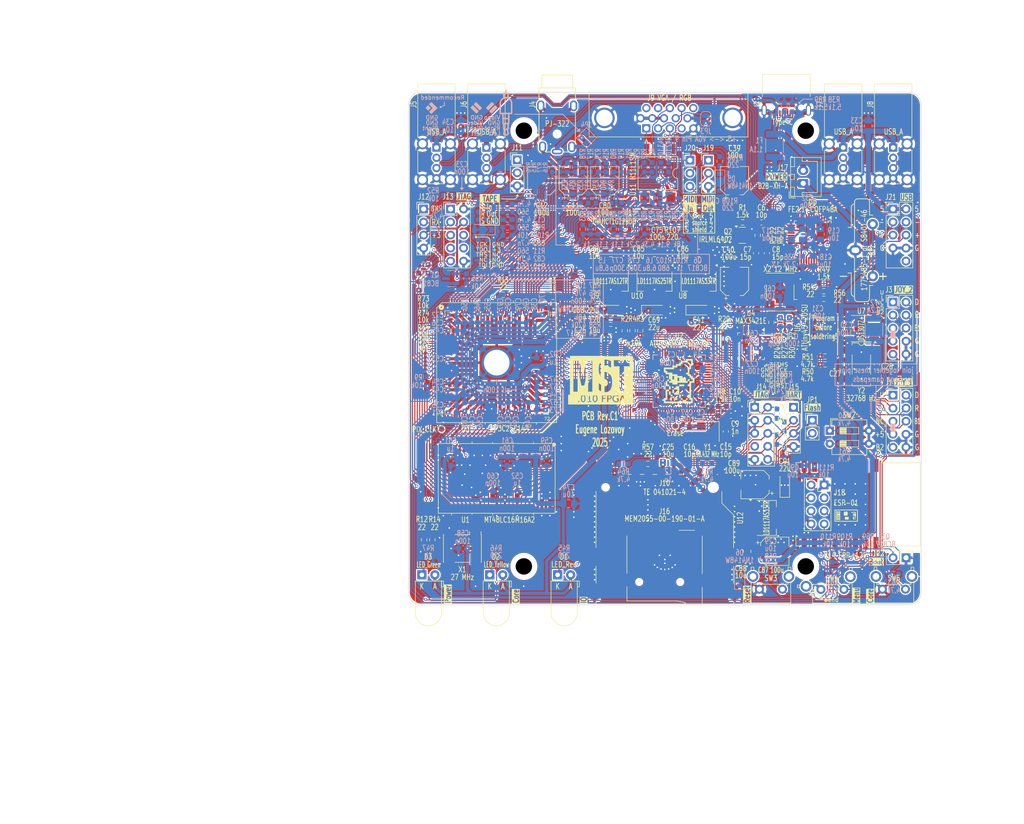
<source format=kicad_pcb>
(kicad_pcb
	(version 20240108)
	(generator "pcbnew")
	(generator_version "8.0")
	(general
		(thickness 1.6)
		(legacy_teardrops no)
	)
	(paper "A4")
	(title_block
		(title "MIST.1010")
		(date "2025-05-04")
		(rev "C1")
		(company "Eugene Lozovoy")
		(comment 2 "Thickness: 1.6mm")
		(comment 3 "Layers: 2")
		(comment 4 "Dimensions: 100x100mm")
		(comment 5 "Min clearance: 0.2mm")
		(comment 6 "Min track: 0.2mm")
		(comment 7 "Min hole: 0.3mm")
		(comment 8 "Min annular ring: 0.15mm")
	)
	(layers
		(0 "F.Cu" signal)
		(31 "B.Cu" signal)
		(32 "B.Adhes" user "B.Adhesive")
		(33 "F.Adhes" user "F.Adhesive")
		(34 "B.Paste" user)
		(35 "F.Paste" user)
		(36 "B.SilkS" user "B.Silkscreen")
		(37 "F.SilkS" user "F.Silkscreen")
		(38 "B.Mask" user)
		(39 "F.Mask" user)
		(40 "Dwgs.User" user "User.Drawings")
		(41 "Cmts.User" user "User.Comments")
		(42 "Eco1.User" user "User.Eco1")
		(43 "Eco2.User" user "User.Eco2")
		(44 "Edge.Cuts" user)
		(45 "Margin" user)
		(46 "B.CrtYd" user "B.Courtyard")
		(47 "F.CrtYd" user "F.Courtyard")
		(48 "B.Fab" user)
		(49 "F.Fab" user)
		(50 "User.1" user)
	)
	(setup
		(stackup
			(layer "F.SilkS"
				(type "Top Silk Screen")
			)
			(layer "F.Paste"
				(type "Top Solder Paste")
			)
			(layer "F.Mask"
				(type "Top Solder Mask")
				(thickness 0.01)
			)
			(layer "F.Cu"
				(type "copper")
				(thickness 0.035)
			)
			(layer "dielectric 1"
				(type "core")
				(thickness 1.51)
				(material "FR4")
				(epsilon_r 4.5)
				(loss_tangent 0.02)
			)
			(layer "B.Cu"
				(type "copper")
				(thickness 0.035)
			)
			(layer "B.Mask"
				(type "Bottom Solder Mask")
				(thickness 0.01)
			)
			(layer "B.Paste"
				(type "Bottom Solder Paste")
			)
			(layer "B.SilkS"
				(type "Bottom Silk Screen")
			)
			(copper_finish "None")
			(dielectric_constraints no)
		)
		(pad_to_mask_clearance 0)
		(allow_soldermask_bridges_in_footprints no)
		(grid_origin 148.5 47.6)
		(pcbplotparams
			(layerselection 0x00010f0_ffffffff)
			(plot_on_all_layers_selection 0x0000000_00000000)
			(disableapertmacros yes)
			(usegerberextensions no)
			(usegerberattributes no)
			(usegerberadvancedattributes yes)
			(creategerberjobfile yes)
			(dashed_line_dash_ratio 12.000000)
			(dashed_line_gap_ratio 3.000000)
			(svgprecision 6)
			(plotframeref no)
			(viasonmask no)
			(mode 1)
			(useauxorigin no)
			(hpglpennumber 1)
			(hpglpenspeed 20)
			(hpglpendiameter 15.000000)
			(pdf_front_fp_property_popups yes)
			(pdf_back_fp_property_popups yes)
			(dxfpolygonmode yes)
			(dxfimperialunits yes)
			(dxfusepcbnewfont yes)
			(psnegative no)
			(psa4output no)
			(plotreference yes)
			(plotvalue yes)
			(plotfptext yes)
			(plotinvisibletext no)
			(sketchpadsonfab no)
			(subtractmaskfromsilk no)
			(outputformat 1)
			(mirror no)
			(drillshape 0)
			(scaleselection 1)
			(outputdirectory "out/gerber/")
		)
	)
	(net 0 "")
	(net 1 "GND")
	(net 2 "+BATT")
	(net 3 "Net-(U2-VDDOUT)")
	(net 4 "+5V")
	(net 5 "Net-(U2-PLLRC)")
	(net 6 "+3V3")
	(net 7 "Net-(C11-Pad1)")
	(net 8 "Net-(U2-XIN{slash}PGMCK)")
	(net 9 "Net-(C11-Pad2)")
	(net 10 "Net-(C12-Pad1)")
	(net 11 "Net-(C12-Pad2)")
	(net 12 "Net-(U2-XOUT)")
	(net 13 "Net-(U5-VD_PLL)")
	(net 14 "Net-(U5-VD18_O)")
	(net 15 "Net-(C10-Pad1)")
	(net 16 "Net-(U5-VDD3_O)")
	(net 17 "+1V2")
	(net 18 "+1V2_PLL")
	(net 19 "/TX_FPGA")
	(net 20 "Net-(U4-VBCOMP)")
	(net 21 "Net-(D4-K)")
	(net 22 "Net-(U7-X2)")
	(net 23 "Net-(U7-X1)")
	(net 24 "Net-(C23-Pad2)")
	(net 25 "/~{LED_ARM}")
	(net 26 "/~{LED_FPGA}")
	(net 27 "/~{JOY0_UP}")
	(net 28 "/~{JOY0_B1}")
	(net 29 "+5V_USB")
	(net 30 "/~{JOY0_DOWN}")
	(net 31 "/RX_FPGA")
	(net 32 "/~{JOY0_LEFT}")
	(net 33 "/~{JOY0_RIGHT}")
	(net 34 "/~{JOY0_B2}")
	(net 35 "/RTC_DP")
	(net 36 "+2V5")
	(net 37 "/~{JOY1_UP}")
	(net 38 "/~{JOY1_B1}")
	(net 39 "/USBDEV_DP")
	(net 40 "/USBDEV_DN")
	(net 41 "/USB1_DN")
	(net 42 "/USB1_DP")
	(net 43 "/USB2_DP")
	(net 44 "/USB2_DN")
	(net 45 "/USB3_DP")
	(net 46 "/USB3_DN")
	(net 47 "/~{JOY1_DOWN}")
	(net 48 "/~{JOY1_LEFT}")
	(net 49 "/~{JOY1_RIGHT}")
	(net 50 "Net-(C77-Pad1)")
	(net 51 "/~{JOY1_B2}")
	(net 52 "/CVBS_Y")
	(net 53 "/R")
	(net 54 "/G")
	(net 55 "/CVBS")
	(net 56 "/CVBS_C")
	(net 57 "/RTC_DN")
	(net 58 "/B")
	(net 59 "/Switch1")
	(net 60 "/Switch2")
	(net 61 "/Button1")
	(net 62 "/Button2")
	(net 63 "/CLK_12")
	(net 64 "/PIXEL_CLK")
	(net 65 "/CLK_27")
	(net 66 "/HS")
	(net 67 "/SS1")
	(net 68 "/MOSI")
	(net 69 "/MISO")
	(net 70 "/SD_CD")
	(net 71 "/SD_WP")
	(net 72 "/FPGA_TCK")
	(net 73 "/FPGA_TDO")
	(net 74 "/FPGA_TMS")
	(net 75 "/FPGA_TDI")
	(net 76 "/ARM_TMS")
	(net 77 "/ARM_TCK")
	(net 78 "/ARM_TDO")
	(net 79 "/ARM_TDI")
	(net 80 "/TX_ARM")
	(net 81 "/RX_ARM")
	(net 82 "Net-(Q6-B)")
	(net 83 "/DM_PUP")
	(net 84 "Net-(D1-K)")
	(net 85 "Net-(D2-K)")
	(net 86 "/CONF_DONE")
	(net 87 "/CONF_NSTATUS")
	(net 88 "/CONF_NCONFIG")
	(net 89 "/USB4_DP")
	(net 90 "/USB4_DN")
	(net 91 "Net-(D3-K)")
	(net 92 "/AUDIO_L")
	(net 93 "/AUDIO_R")
	(net 94 "/SCK")
	(net 95 "/VGA_R0")
	(net 96 "/VGA_R1")
	(net 97 "/VGA_R2")
	(net 98 "/VGA_R3")
	(net 99 "/VGA_R4")
	(net 100 "/VGA_R5")
	(net 101 "/VGA_G0")
	(net 102 "/VGA_G1")
	(net 103 "/VGA_G2")
	(net 104 "/VGA_G3")
	(net 105 "/VGA_G4")
	(net 106 "/VGA_G5")
	(net 107 "/VGA_B0")
	(net 108 "/VGA_B1")
	(net 109 "unconnected-(J1-Pin_5-Pad5)")
	(net 110 "/VGA_B2")
	(net 111 "/VGA_B3")
	(net 112 "/VGA_B4")
	(net 113 "/VGA_B5")
	(net 114 "/VGA_VS")
	(net 115 "/VGA_HS")
	(net 116 "/RAM_DQ0")
	(net 117 "/RAM_DQ1")
	(net 118 "/RAM_DQ2")
	(net 119 "/RAM_DQ3")
	(net 120 "/RAM_DQ4")
	(net 121 "/RAM_DQ5")
	(net 122 "/RAM_DQ6")
	(net 123 "/RAM_DQ7")
	(net 124 "/RAM_DQML")
	(net 125 "/~{RAM_WE}")
	(net 126 "/~{RAM_CAS}")
	(net 127 "/~{RAM_RAS}")
	(net 128 "/~{RAM_CS}")
	(net 129 "/RAM_BA0")
	(net 130 "/RAM_BA1")
	(net 131 "/RAM_A10")
	(net 132 "/RAM_A0")
	(net 133 "/RAM_A1")
	(net 134 "/RAM_A2")
	(net 135 "/RAM_A3")
	(net 136 "/RAM_A4")
	(net 137 "/RAM_A5")
	(net 138 "/RAM_A6")
	(net 139 "/RAM_A7")
	(net 140 "/RAM_A8")
	(net 141 "/RAM_A9")
	(net 142 "/RAM_A11")
	(net 143 "/RAM_A12")
	(net 144 "/RAM_CLK")
	(net 145 "/RAM_DQMH")
	(net 146 "/RAM_DQ8")
	(net 147 "/RAM_DQ9")
	(net 148 "/RAM_DQ10")
	(net 149 "/RAM_DQ11")
	(net 150 "/RAM_DQ12")
	(net 151 "/RAM_DQ13")
	(net 152 "/RAM_DQ14")
	(net 153 "/RAM_DQ15")
	(net 154 "unconnected-(J3-Pin_5-Pad5)")
	(net 155 "/SS0")
	(net 156 "/SS2{slash}FPGA")
	(net 157 "/CONF_DATA0")
	(net 158 "/USBH_INT")
	(net 159 "/SS3{slash}OSD")
	(net 160 "/SS4{slash}SD_DIRECT")
	(net 161 "+5V_JOY")
	(net 162 "/TAPE_OUT")
	(net 163 "/TAPE_IN")
	(net 164 "unconnected-(J13-Pin_6-Pad6)")
	(net 165 "Net-(C24-Pad2)")
	(net 166 "/VS")
	(net 167 "unconnected-(J13-Pin_7-Pad7)")
	(net 168 "unconnected-(J13-Pin_8-Pad8)")
	(net 169 "/CONF_DCLK")
	(net 170 "unconnected-(J14-Pin_7-Pad7)")
	(net 171 "/SD_VDD")
	(net 172 "/SD_CLK")
	(net 173 "/SD_DAT1")
	(net 174 "/SD_DAT2")
	(net 175 "Net-(JP1-B)")
	(net 176 "Net-(Q1-B)")
	(net 177 "Net-(C77-Pad2)")
	(net 178 "Net-(Q2-D)")
	(net 179 "Net-(Q6-E)")
	(net 180 "Net-(Q3-B)")
	(net 181 "Net-(Q4-B)")
	(net 182 "Net-(JP3-A)")
	(net 183 "Net-(U3-nCE)")
	(net 184 "Net-(U3-CLK13{slash}DIFFCLK_7p)")
	(net 185 "Net-(U3-CLK8{slash}DIFFCLK_5n)")
	(net 186 "Net-(C82-Pad1)")
	(net 187 "Net-(C83-Pad1)")
	(net 188 "/UDN")
	(net 189 "/UDP")
	(net 190 "Net-(U3-CLK12{slash}DIFFCLK_7n)")
	(net 191 "Net-(U4-SCK)")
	(net 192 "unconnected-(J9-Pad4)")
	(net 193 "unconnected-(J9-Pad11)")
	(net 194 "unconnected-(J9-Pad12)")
	(net 195 "unconnected-(J9-Pad15)")
	(net 196 "Net-(U5-REXT)")
	(net 197 "Net-(U6-~{RESET}{slash}PB5)")
	(net 198 "Net-(U6-PB1)")
	(net 199 "Net-(U6-AREF{slash}PB0)")
	(net 200 "Net-(U6-PB2)")
	(net 201 "Net-(U2-ERASE)")
	(net 202 "unconnected-(U1-NC-Pad40)")
	(net 203 "unconnected-(U2-JTAGSEL-Pad50)")
	(net 204 "unconnected-(U4-GPIN7-Pad1)")
	(net 205 "unconnected-(U4-GPOUT0-Pad4)")
	(net 206 "unconnected-(U4-GPOUT1-Pad5)")
	(net 207 "unconnected-(U4-GPOUT2-Pad6)")
	(net 208 "unconnected-(U4-GPOUT3-Pad7)")
	(net 209 "unconnected-(U4-GPOUT4-Pad8)")
	(net 210 "unconnected-(U4-GPOUT5-Pad9)")
	(net 211 "unconnected-(U4-GPOUT6-Pad10)")
	(net 212 "unconnected-(U4-GPOUT7-Pad11)")
	(net 213 "unconnected-(U4-GPX-Pad17)")
	(net 214 "unconnected-(U4-XO-Pad25)")
	(net 215 "unconnected-(U4-GPIN0-Pad26)")
	(net 216 "unconnected-(U4-GPIN1-Pad27)")
	(net 217 "unconnected-(U4-GPIN2-Pad28)")
	(net 218 "unconnected-(U4-GPIN3-Pad29)")
	(net 219 "unconnected-(U4-GPIN4-Pad30)")
	(net 220 "unconnected-(U4-GPIN5-Pad31)")
	(net 221 "unconnected-(U4-GPIN6-Pad32)")
	(net 222 "unconnected-(U5-DRV-Pad1)")
	(net 223 "unconnected-(U5-TESTJ{slash}EESDA-Pad2)")
	(net 224 "unconnected-(U5-LED1{slash}EESCL-Pad3)")
	(net 225 "unconnected-(U5-LED2{slash}NRDC0-Pad4)")
	(net 226 "unconnected-(U5-LED3{slash}NRDC1-Pad5)")
	(net 227 "unconnected-(U5-LED4{slash}NRDC2-Pad7)")
	(net 228 "unconnected-(U5-XOUT-Pad23)")
	(net 229 "unconnected-(U5-PWRJ1-Pad44)")
	(net 230 "unconnected-(U5-LED7{slash}NOP0-Pad46)")
	(net 231 "unconnected-(U5-LED6{slash}NOP1-Pad47)")
	(net 232 "unconnected-(U5-LED5-Pad48)")
	(net 233 "unconnected-(U6-XTAL2{slash}PB4-Pad3)")
	(net 234 "unconnected-(U7-SQW{slash}OUT-Pad7)")
	(net 235 "Net-(D5-A)")
	(net 236 "Net-(D5-K)")
	(net 237 "Net-(J17-Pin_2)")
	(net 238 "Net-(J19-Pin_2)")
	(net 239 "Net-(R108-Pad1)")
	(net 240 "/USB6_DN")
	(net 241 "Net-(J20-Pin_3)")
	(net 242 "Net-(J20-Pin_2)")
	(net 243 "/USB6_DP")
	(net 244 "unconnected-(U14-MISO-Pad10)")
	(net 245 "unconnected-(U14-GPIO5-Pad20)")
	(net 246 "unconnected-(U14-GPIO10-Pad12)")
	(net 247 "unconnected-(U14-GPIO4-Pad19)")
	(net 248 "unconnected-(U14-GPIO16-Pad4)")
	(net 249 "unconnected-(U14-CS0-Pad9)")
	(net 250 "unconnected-(U14-MOSI-Pad13)")
	(net 251 "unconnected-(U14-SCLK-Pad14)")
	(net 252 "unconnected-(U14-GPIO12-Pad6)")
	(net 253 "unconnected-(U14-ADC-Pad2)")
	(net 254 "unconnected-(U14-GPIO14-Pad5)")
	(net 255 "unconnected-(U14-GPIO9-Pad11)")
	(net 256 "Net-(U14-GPIO2)")
	(net 257 "+3V3_2")
	(net 258 "/USBHOST_DP")
	(net 259 "/USBHOST_DN")
	(net 260 "/USB7_DP")
	(net 261 "/USB7_DN")
	(net 262 "Net-(U4-D+)")
	(net 263 "Net-(U4-D-)")
	(net 264 "Net-(J19-Pin_1)")
	(net 265 "unconnected-(U11-Pad3)")
	(net 266 "unconnected-(J21-Pin_9-Pad9)")
	(net 267 "unconnected-(J21-Pin_10-Pad10)")
	(net 268 "/~{RST}")
	(net 269 "unconnected-(J18-Pin_3-Pad3)")
	(net 270 "/ESP_TX")
	(net 271 "/ESP_BOOT")
	(net 272 "Net-(U14-GPIO15)")
	(net 273 "Net-(U14-GPIO13)")
	(net 274 "Net-(J2-CC1)")
	(net 275 "unconnected-(J2-SBU1-PadA8)")
	(net 276 "unconnected-(J2-SBU2-PadB8)")
	(net 277 "Net-(J2-CC2)")
	(net 278 "Net-(J4-PadR2)")
	(net 279 "Net-(JP4-A)")
	(footprint "RF_Module:ESP-12E" (layer "F.Cu") (at 186.2 128 -90))
	(footprint "Resistor_SMD:R_0603_1608Metric_Pad0.98x0.95mm_HandSolder" (layer "F.Cu") (at 140.7 94.1 -90))
	(footprint "Capacitor_SMD:C_0603_1608Metric_Pad1.08x0.95mm_HandSolder" (layer "F.Cu") (at 168.41 79 -90))
	(footprint "Resistor_SMD:R_0603_1608Metric_Pad0.98x0.95mm_HandSolder" (layer "F.Cu") (at 160.0625 95.65 -90))
	(footprint "Connector_PinHeader_2.54mm:PinHeader_1x03_P2.54mm_Vertical" (layer "F.Cu") (at 119.7 60.775))
	(footprint "my:MountingHole_3.2mm_M3_dk5.2mm_Mask" (layer "F.Cu") (at 176 55.1))
	(footprint "Capacitor_SMD:C_0805_2012Metric_Pad1.18x1.45mm_HandSolder" (layer "F.Cu") (at 137.95 94 180))
	(footprint "Resistor_SMD:R_0603_1608Metric_Pad0.98x0.95mm_HandSolder" (layer "F.Cu") (at 163.6975 73))
	(footprint "my:Oscillator_SMD_7050_7.0x5.0mm" (layer "F.Cu") (at 109 136.6 180))
	(footprint "Capacitor_SMD:CP_Elec_5x5.9" (layer "F.Cu") (at 162.1 64.85 90))
	(footprint "Package_QFP:LQFP-32_5x5mm_P0.5mm" (layer "F.Cu") (at 165.3125 97.15 -90))
	(footprint "Connector_PinHeader_2.54mm:PinHeader_1x04_P2.54mm_Vertical" (layer "F.Cu") (at 173.605 109.06))
	(footprint "Connector_Dsub:DSUB-15-HD_Female_Horizontal_P2.29x1.98mm_EdgePinOffset3.03mm_Housed_MountingHolesOffset4.94mm" (layer "F.Cu") (at 144.9 54.650331 180))
	(footprint "Resistor_SMD:R_0603_1608Metric_Pad0.98x0.95mm_HandSolder" (layer "F.Cu") (at 101.55 134.9 90))
	(footprint "Connector_PinSocket_2.54mm:PinSocket_2x04_P2.54mm_Vertical" (layer "F.Cu") (at 179.5875 124.2))
	(footprint "Package_SO:SOIC-8_3.9x4.9mm_P1.27mm" (layer "F.Cu") (at 186.8425 93.6975 180))
	(footprint "Connector_PinHeader_2.54mm:PinHeader_2x05_P2.54mm_Vertical" (layer "F.Cu") (at 193.01 70.38))
	(footprint "Resistor_SMD:R_0603_1608Metric_Pad0.98x0.95mm_HandSolder" (layer "F.Cu") (at 103.15 134.9 90))
	(footprint "Connector_PinHeader_2.54mm:PinHeader_1x02_P2.54mm_Vertical" (layer "F.Cu") (at 177.275 111.585))
	(footprint "LED_THT:LED_D5.0mm_Horizontal_O1.27mm_Z3.0mm" (layer "F.Cu") (at 127.5875 141.75))
	(footprint "Capacitor_SMD:C_0603_1608Metric_Pad1.08x0.95mm_HandSolder" (layer "F.Cu") (at 161.4 108.8875))
	(footprint "Resistor_SMD:R_0603_1608Metric_Pad0.98x0.95mm_HandSolder" (layer "F.Cu") (at 137.95 92))
	(footprint "Connector_PinHeader_2.54mm:PinHeader_1x03_P2.54mm_Vertical" (layer "F.Cu") (at 153.4 60.86))
	(footprint "Capacitor_Tantalum_SMD:CP_EIA-3216-18_Kemet-A_Pad1.58x1.35mm_HandSolder" (layer "F.Cu") (at 137.95 90.1))
	(footprint "Resistor_SMD:R_0603_1608Metric_Pad0.98x0.95mm_HandSolder" (layer "F.Cu") (at 179.75 100.7))
	(footprint "Connector_PinHeader_2.54mm:PinHeader_2x05_P2.54mm_Vertical"
		(layer "F.Cu")
		(uuid "24c2369e-4fff-4344-aeaf-89dc45abb503")
		(at 166.03 109.06)
		(descr "Through hole straight pin header, 2x05, 2.54mm pitch, double rows")
		(tags "Through hole pin header THT 2x05 2.54mm double row")
		(property "Reference" "J14"
			(at 1.27 -4.01 0)
			(layer "F.SilkS")
			(uuid "7dd0eb4d-be21-4250-acfe-255e73cb2907")
			(effects
				(font
					(size 1.1 0.8)
					(thickness 0.14)
				)
			)
		)
		(property "Value" "Conn_02x05_Odd_Even"
			(at 1.27 12.49 0)
			(layer "F.Fab")
			(hide yes)
			(uuid "9506af9b-31b4-4ce4-a7c1-b425c127c42c")
			(effects
				(font
					(size 1 1)
					(thickness 0.15)
				)
			)
		)
		(property "Footprint" "Connector_PinHeader_2.54mm:PinHeader_2x05_P2.54mm_Vertical"
			(at 0 0 0)
			(unlocked yes)
			(layer "F.Fab")
			(hide yes)
			(uuid "bc96ad22-e216-42ce-9eb7-1f6a3d285f9f")
			(effects
				(font
					(size 1.27 1.27)
					(thickness 0.15)
				)
			)
		)
		(property "Datasheet" ""
			(at 0 0 0)
			(unlocked yes)
			(layer "F.Fab")
			(hide yes)
			(uuid "938f5362-a576-4225-8a6f-016adf5ad3c2")
			(effects
				(font
					(size 1.27 1.27)
					(thickness 0.15)
				)
			)
		)
		(property "Description" ""
			(at 0 0 0)
			(unlocked yes)
			(layer "F.Fab")
			(hide yes)
			(uuid "79cd6d49-685b-485c-a9ba-52953b6741dc")
			(effects
				(font
					(size 1.27 1.27)
					(thickness 0.15)
				)
			)
		)
		(property "ValueSilk" "${VALUE}"
			(at 0 0 0)
			(layer "F.SilkS")
			(hide yes)
			(uuid "187ee5c3-5626-4c05-bce8-97405c992f7e")
			(effects
				(font
					(size 1.1 0.8)
					(thickness 0.14)
				)
			)
		)
		(property ki_fp_filters "Connector*:*_2x??_*")
		(path "/a693cb14-9ceb-4fb5-ac62-d5d52887cc0d")
		(sheetname "Root")
		(sheetfile "mist1010.kicad_sch")
		(attr through_hole)
		(fp_line
			(start -1.33 -1.33)
			(end 0 -1.33)
			(stroke
				(width 0.12)
				(type solid)
			)
			(layer "F.SilkS")
			(uuid "1d0fc100-d199-4c81-bc1f-ef18b879565c")
		)
		(fp_line
			(start -1.33 0)
			(end -1.33 -1.33)
			(stroke
				(width 0.12)
				(type solid)
			)
			(layer "F.SilkS")
			(uuid "1fbac589-ffd3-4234-8ba8-6fcde0e5f8ed")
		)
		(fp_line
			(start -1.33 1.27)
			(end -1.33 11.49)
			(stroke
				(width 0.12)
				(type solid)
			)
			(layer "F.SilkS")
			(uuid "f82cd1d1-e550-4f6b-8dac-940828f90458")
		)
		(fp_line
			(start -1.33 1.27)
			(end 1.27 1.27)
			(stroke
				(width 0.12)
				(type solid)
			)
			(layer "F.SilkS")
			(uuid "45d61618-8be7-46dc-bdeb-39b958a19e6c")
		)
		(fp_line
			(start -1.33 11.49)
			(end 3.87 11.49)
			(stroke
				(width 0.12)
				(type solid)
			)
			(layer "F.SilkS")
			(uuid "4708df78-117e-4b4c-beff-323e8feaab28")
		)
		(fp_line
			(start 1.27 -1.33)
			(end 3.87 -1.33)
			(stroke
				(width 0.12)
				(type solid)
			)
			(layer "F.SilkS")
			(uuid "6f88e4be-9287-4559-9111-7187cb15bf23")
		)
		(fp_line
			(start 1.27 1.27)
			(end 1.27 -1.33)
			(stroke
				(width 0.12)
				(type solid)
			)
			(layer "F.SilkS")
			(uuid "bb404540-82d4-45d0-a050-1186bafbf708")
		)
		(fp_line
			(start 3.87 -1.33)
			(end 3.87 11.49)
			(stroke
				(width 0.12)
				(type solid)
			)
			(layer "F.SilkS")
			(uuid "ba9bc9ac-f5ff-4133-a16b-ad1739f9fb03")
		)
	
... [4064966 chars truncated]
</source>
